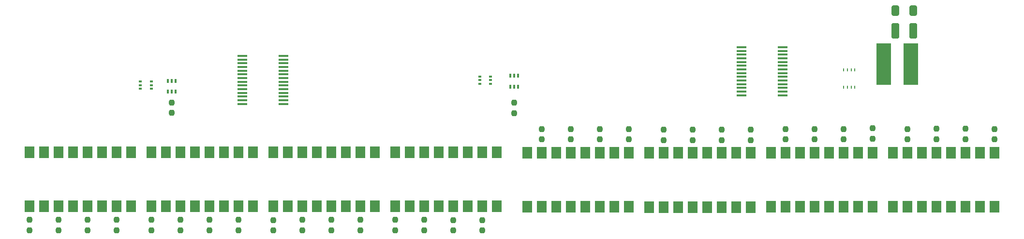
<source format=gbr>
%TF.GenerationSoftware,KiCad,Pcbnew,7.0.9*%
%TF.CreationDate,2023-12-10T13:16:36+00:00*%
%TF.ProjectId,Robust-IO-Expander,526f6275-7374-42d4-994f-2d457870616e,V1*%
%TF.SameCoordinates,Original*%
%TF.FileFunction,Paste,Top*%
%TF.FilePolarity,Positive*%
%FSLAX46Y46*%
G04 Gerber Fmt 4.6, Leading zero omitted, Abs format (unit mm)*
G04 Created by KiCad (PCBNEW 7.0.9) date 2023-12-10 13:16:36*
%MOMM*%
%LPD*%
G01*
G04 APERTURE LIST*
G04 Aperture macros list*
%AMRoundRect*
0 Rectangle with rounded corners*
0 $1 Rounding radius*
0 $2 $3 $4 $5 $6 $7 $8 $9 X,Y pos of 4 corners*
0 Add a 4 corners polygon primitive as box body*
4,1,4,$2,$3,$4,$5,$6,$7,$8,$9,$2,$3,0*
0 Add four circle primitives for the rounded corners*
1,1,$1+$1,$2,$3*
1,1,$1+$1,$4,$5*
1,1,$1+$1,$6,$7*
1,1,$1+$1,$8,$9*
0 Add four rect primitives between the rounded corners*
20,1,$1+$1,$2,$3,$4,$5,0*
20,1,$1+$1,$4,$5,$6,$7,0*
20,1,$1+$1,$6,$7,$8,$9,0*
20,1,$1+$1,$8,$9,$2,$3,0*%
G04 Aperture macros list end*
%ADD10RoundRect,0.237500X0.237500X-0.250000X0.237500X0.250000X-0.237500X0.250000X-0.237500X-0.250000X0*%
%ADD11RoundRect,0.237500X-0.237500X0.250000X-0.237500X-0.250000X0.237500X-0.250000X0.237500X0.250000X0*%
%ADD12R,1.780000X2.000000*%
%ADD13RoundRect,0.250000X0.412500X0.650000X-0.412500X0.650000X-0.412500X-0.650000X0.412500X-0.650000X0*%
%ADD14R,0.279400X0.508000*%
%ADD15R,0.600000X0.420000*%
%ADD16O,0.600000X0.420000*%
%ADD17R,1.750000X0.450000*%
%ADD18RoundRect,0.250000X-0.412500X-1.100000X0.412500X-1.100000X0.412500X1.100000X-0.412500X1.100000X0*%
%ADD19R,0.400000X0.650000*%
%ADD20R,2.590800X7.289800*%
G04 APERTURE END LIST*
D10*
%TO.C,R14*%
X219456000Y-101854000D03*
X219456000Y-100029000D03*
%TD*%
%TO.C,R16*%
X209296000Y-101901000D03*
X209296000Y-100076000D03*
%TD*%
D11*
%TO.C,R21*%
X119634000Y-116031000D03*
X119634000Y-117856000D03*
%TD*%
D10*
%TO.C,R9*%
X203200000Y-101750500D03*
X203200000Y-99925500D03*
%TD*%
D11*
%TO.C,R23*%
X129794000Y-116078000D03*
X129794000Y-117903000D03*
%TD*%
D10*
%TO.C,R12*%
X187960000Y-101901000D03*
X187960000Y-100076000D03*
%TD*%
%TO.C,R1*%
X160528000Y-101901000D03*
X160528000Y-100076000D03*
%TD*%
%TO.C,R13*%
X224536000Y-101901000D03*
X224536000Y-100076000D03*
%TD*%
D12*
%TO.C,U7*%
X160528000Y-104201000D03*
X157988000Y-104201000D03*
X155448000Y-104201000D03*
X152908000Y-104201000D03*
X150368000Y-104201000D03*
X147828000Y-104201000D03*
X145288000Y-104201000D03*
X142748000Y-104201000D03*
X142748000Y-113731000D03*
X145288000Y-113731000D03*
X147828000Y-113731000D03*
X150368000Y-113731000D03*
X152908000Y-113731000D03*
X155448000Y-113731000D03*
X157988000Y-113731000D03*
X160528000Y-113731000D03*
%TD*%
D10*
%TO.C,R10*%
X198120000Y-101901000D03*
X198120000Y-100076000D03*
%TD*%
D11*
%TO.C,R30*%
X82042000Y-116031000D03*
X82042000Y-117856000D03*
%TD*%
D10*
%TO.C,R2*%
X155448000Y-101901000D03*
X155448000Y-100076000D03*
%TD*%
D11*
%TO.C,R25*%
X55626000Y-116031000D03*
X55626000Y-117856000D03*
%TD*%
%TO.C,R26*%
X60706000Y-116031000D03*
X60706000Y-117856000D03*
%TD*%
D10*
%TO.C,R11*%
X193040000Y-101901000D03*
X193040000Y-100076000D03*
%TD*%
D11*
%TO.C,R31*%
X87122000Y-116031000D03*
X87122000Y-117856000D03*
%TD*%
%TO.C,R29*%
X76962000Y-116031000D03*
X76962000Y-117856000D03*
%TD*%
%TO.C,R18*%
X103378000Y-116031000D03*
X103378000Y-117856000D03*
%TD*%
D10*
%TO.C,R15*%
X214376000Y-101854000D03*
X214376000Y-100029000D03*
%TD*%
D11*
%TO.C,R28*%
X70866000Y-116031000D03*
X70866000Y-117856000D03*
%TD*%
D12*
%TO.C,U5*%
X98298000Y-113670000D03*
X100838000Y-113670000D03*
X103378000Y-113670000D03*
X105918000Y-113670000D03*
X108458000Y-113670000D03*
X110998000Y-113670000D03*
X113538000Y-113670000D03*
X116078000Y-113670000D03*
X116078000Y-104140000D03*
X113538000Y-104140000D03*
X110998000Y-104140000D03*
X108458000Y-104140000D03*
X105918000Y-104140000D03*
X103378000Y-104140000D03*
X100838000Y-104140000D03*
X98298000Y-104140000D03*
%TD*%
D11*
%TO.C,R17*%
X98298000Y-116078000D03*
X98298000Y-117903000D03*
%TD*%
%TO.C,R33*%
X80518000Y-95404500D03*
X80518000Y-97229500D03*
%TD*%
D10*
%TO.C,R6*%
X176784000Y-102004500D03*
X176784000Y-100179500D03*
%TD*%
D13*
%TO.C,C2*%
X210350500Y-79248000D03*
X207225500Y-79248000D03*
%TD*%
D11*
%TO.C,R24*%
X134874000Y-116078000D03*
X134874000Y-117903000D03*
%TD*%
D14*
%TO.C,R36*%
X200110979Y-89687400D03*
X199460993Y-89687400D03*
X198811007Y-89687400D03*
X198161021Y-89687400D03*
X198161021Y-92684600D03*
X198811007Y-92684600D03*
X199460993Y-92684600D03*
X200110979Y-92684600D03*
%TD*%
D11*
%TO.C,R27*%
X65786000Y-116031000D03*
X65786000Y-117856000D03*
%TD*%
D12*
%TO.C,U4*%
X76962000Y-113670000D03*
X79502000Y-113670000D03*
X82042000Y-113670000D03*
X84582000Y-113670000D03*
X87122000Y-113670000D03*
X89662000Y-113670000D03*
X92202000Y-113670000D03*
X94742000Y-113670000D03*
X94742000Y-104140000D03*
X92202000Y-104140000D03*
X89662000Y-104140000D03*
X87122000Y-104140000D03*
X84582000Y-104140000D03*
X82042000Y-104140000D03*
X79502000Y-104140000D03*
X76962000Y-104140000D03*
%TD*%
D15*
%TO.C,U15*%
X136332001Y-92130899D03*
D16*
X136332001Y-91480900D03*
X136332001Y-90830901D03*
X134431999Y-90830901D03*
X134431999Y-91480900D03*
X134431999Y-92130899D03*
%TD*%
D12*
%TO.C,U9*%
X203200000Y-104201000D03*
X200660000Y-104201000D03*
X198120000Y-104201000D03*
X195580000Y-104201000D03*
X193040000Y-104201000D03*
X190500000Y-104201000D03*
X187960000Y-104201000D03*
X185420000Y-104201000D03*
X185420000Y-113731000D03*
X187960000Y-113731000D03*
X190500000Y-113731000D03*
X193040000Y-113731000D03*
X195580000Y-113731000D03*
X198120000Y-113731000D03*
X200660000Y-113731000D03*
X203200000Y-113731000D03*
%TD*%
D10*
%TO.C,R5*%
X181864000Y-102004500D03*
X181864000Y-100179500D03*
%TD*%
D11*
%TO.C,R32*%
X92202000Y-116031000D03*
X92202000Y-117856000D03*
%TD*%
%TO.C,R19*%
X108458000Y-116031000D03*
X108458000Y-117856000D03*
%TD*%
D10*
%TO.C,R7*%
X171704000Y-102004500D03*
X171704000Y-100179500D03*
%TD*%
D17*
%TO.C,U2*%
X180252000Y-85691000D03*
X180252000Y-86341000D03*
X180252000Y-86991000D03*
X180252000Y-87641000D03*
X180252000Y-88291000D03*
X180252000Y-88941000D03*
X180252000Y-89591000D03*
X180252000Y-90241000D03*
X180252000Y-90891000D03*
X180252000Y-91541000D03*
X180252000Y-92191000D03*
X180252000Y-92841000D03*
X180252000Y-93491000D03*
X180252000Y-94141000D03*
X187452000Y-94141000D03*
X187452000Y-93491000D03*
X187452000Y-92841000D03*
X187452000Y-92191000D03*
X187452000Y-91541000D03*
X187452000Y-90891000D03*
X187452000Y-90241000D03*
X187452000Y-89591000D03*
X187452000Y-88941000D03*
X187452000Y-88291000D03*
X187452000Y-87641000D03*
X187452000Y-86991000D03*
X187452000Y-86341000D03*
X187452000Y-85691000D03*
%TD*%
D18*
%TO.C,C1*%
X207225500Y-82804000D03*
X210350500Y-82804000D03*
%TD*%
D10*
%TO.C,R8*%
X166624000Y-102004500D03*
X166624000Y-100179500D03*
%TD*%
%TO.C,R4*%
X145288000Y-101901000D03*
X145288000Y-100076000D03*
%TD*%
D11*
%TO.C,R34*%
X140462000Y-95446900D03*
X140462000Y-97271900D03*
%TD*%
D12*
%TO.C,U8*%
X181864000Y-104262000D03*
X179324000Y-104262000D03*
X176784000Y-104262000D03*
X174244000Y-104262000D03*
X171704000Y-104262000D03*
X169164000Y-104262000D03*
X166624000Y-104262000D03*
X164084000Y-104262000D03*
X164084000Y-113792000D03*
X166624000Y-113792000D03*
X169164000Y-113792000D03*
X171704000Y-113792000D03*
X174244000Y-113792000D03*
X176784000Y-113792000D03*
X179324000Y-113792000D03*
X181864000Y-113792000D03*
%TD*%
D17*
%TO.C,U1*%
X100120000Y-95665000D03*
X100120000Y-95015000D03*
X100120000Y-94365000D03*
X100120000Y-93715000D03*
X100120000Y-93065000D03*
X100120000Y-92415000D03*
X100120000Y-91765000D03*
X100120000Y-91115000D03*
X100120000Y-90465000D03*
X100120000Y-89815000D03*
X100120000Y-89165000D03*
X100120000Y-88515000D03*
X100120000Y-87865000D03*
X100120000Y-87215000D03*
X92920000Y-87215000D03*
X92920000Y-87865000D03*
X92920000Y-88515000D03*
X92920000Y-89165000D03*
X92920000Y-89815000D03*
X92920000Y-90465000D03*
X92920000Y-91115000D03*
X92920000Y-91765000D03*
X92920000Y-92415000D03*
X92920000Y-93065000D03*
X92920000Y-93715000D03*
X92920000Y-94365000D03*
X92920000Y-95015000D03*
X92920000Y-95665000D03*
%TD*%
D15*
%TO.C,U14*%
X76942001Y-92993999D03*
D16*
X76942001Y-92344000D03*
X76942001Y-91694001D03*
X75041999Y-91694001D03*
X75041999Y-92344000D03*
X75041999Y-92993999D03*
%TD*%
D12*
%TO.C,U10*%
X224536000Y-104201000D03*
X221996000Y-104201000D03*
X219456000Y-104201000D03*
X216916000Y-104201000D03*
X214376000Y-104201000D03*
X211836000Y-104201000D03*
X209296000Y-104201000D03*
X206756000Y-104201000D03*
X206756000Y-113731000D03*
X209296000Y-113731000D03*
X211836000Y-113731000D03*
X214376000Y-113731000D03*
X216916000Y-113731000D03*
X219456000Y-113731000D03*
X221996000Y-113731000D03*
X224536000Y-113731000D03*
%TD*%
%TO.C,U6*%
X119634000Y-113670000D03*
X122174000Y-113670000D03*
X124714000Y-113670000D03*
X127254000Y-113670000D03*
X129794000Y-113670000D03*
X132334000Y-113670000D03*
X134874000Y-113670000D03*
X137414000Y-113670000D03*
X137414000Y-104140000D03*
X134874000Y-104140000D03*
X132334000Y-104140000D03*
X129794000Y-104140000D03*
X127254000Y-104140000D03*
X124714000Y-104140000D03*
X122174000Y-104140000D03*
X119634000Y-104140000D03*
%TD*%
D19*
%TO.C,U12*%
X81168000Y-91623000D03*
X80518000Y-91623000D03*
X79868000Y-91623000D03*
X79868000Y-93523000D03*
X80518000Y-93523000D03*
X81168000Y-93523000D03*
%TD*%
D11*
%TO.C,R22*%
X124714000Y-116031000D03*
X124714000Y-117856000D03*
%TD*%
%TO.C,R20*%
X113538000Y-116031000D03*
X113538000Y-117856000D03*
%TD*%
D20*
%TO.C,L1*%
X205168500Y-88646000D03*
X209867500Y-88646000D03*
%TD*%
D19*
%TO.C,U13*%
X141112000Y-90714900D03*
X140462000Y-90714900D03*
X139812000Y-90714900D03*
X139812000Y-92614900D03*
X140462000Y-92614900D03*
X141112000Y-92614900D03*
%TD*%
D12*
%TO.C,U3*%
X55626000Y-113670000D03*
X58166000Y-113670000D03*
X60706000Y-113670000D03*
X63246000Y-113670000D03*
X65786000Y-113670000D03*
X68326000Y-113670000D03*
X70866000Y-113670000D03*
X73406000Y-113670000D03*
X73406000Y-104140000D03*
X70866000Y-104140000D03*
X68326000Y-104140000D03*
X65786000Y-104140000D03*
X63246000Y-104140000D03*
X60706000Y-104140000D03*
X58166000Y-104140000D03*
X55626000Y-104140000D03*
%TD*%
D10*
%TO.C,R3*%
X150368000Y-101901000D03*
X150368000Y-100076000D03*
%TD*%
M02*

</source>
